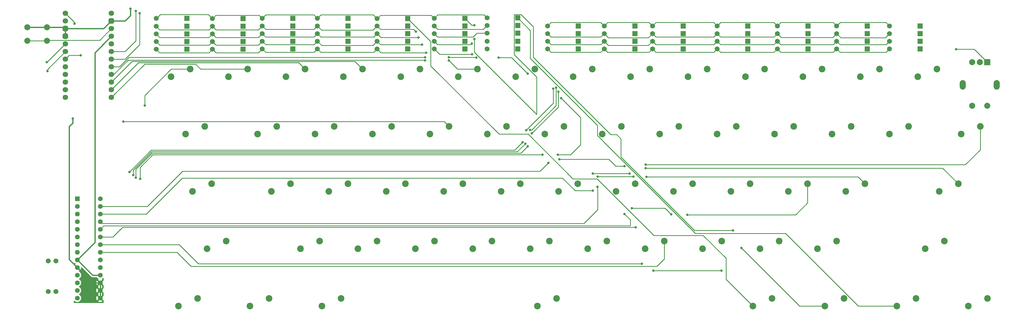
<source format=gbr>
%TF.GenerationSoftware,KiCad,Pcbnew,(7.0.0)*%
%TF.CreationDate,2023-12-21T18:15:09-08:00*%
%TF.ProjectId,Seeb61,53656562-3631-42e6-9b69-6361645f7063,rev?*%
%TF.SameCoordinates,Original*%
%TF.FileFunction,Copper,L1,Top*%
%TF.FilePolarity,Positive*%
%FSLAX46Y46*%
G04 Gerber Fmt 4.6, Leading zero omitted, Abs format (unit mm)*
G04 Created by KiCad (PCBNEW (7.0.0)) date 2023-12-21 18:15:09*
%MOMM*%
%LPD*%
G01*
G04 APERTURE LIST*
G04 Aperture macros list*
%AMRoundRect*
0 Rectangle with rounded corners*
0 $1 Rounding radius*
0 $2 $3 $4 $5 $6 $7 $8 $9 X,Y pos of 4 corners*
0 Add a 4 corners polygon primitive as box body*
4,1,4,$2,$3,$4,$5,$6,$7,$8,$9,$2,$3,0*
0 Add four circle primitives for the rounded corners*
1,1,$1+$1,$2,$3*
1,1,$1+$1,$4,$5*
1,1,$1+$1,$6,$7*
1,1,$1+$1,$8,$9*
0 Add four rect primitives between the rounded corners*
20,1,$1+$1,$2,$3,$4,$5,0*
20,1,$1+$1,$4,$5,$6,$7,0*
20,1,$1+$1,$6,$7,$8,$9,0*
20,1,$1+$1,$8,$9,$2,$3,0*%
G04 Aperture macros list end*
%TA.AperFunction,ComponentPad*%
%ADD10C,2.200000*%
%TD*%
%TA.AperFunction,ComponentPad*%
%ADD11C,1.651000*%
%TD*%
%TA.AperFunction,ComponentPad*%
%ADD12R,1.651000X1.651000*%
%TD*%
%TA.AperFunction,ComponentPad*%
%ADD13R,1.600000X1.600000*%
%TD*%
%TA.AperFunction,ComponentPad*%
%ADD14C,1.600000*%
%TD*%
%TA.AperFunction,ComponentPad*%
%ADD15C,2.000000*%
%TD*%
%TA.AperFunction,ComponentPad*%
%ADD16C,1.800000*%
%TD*%
%TA.AperFunction,ComponentPad*%
%ADD17RoundRect,0.450000X-0.450000X-0.450000X0.450000X-0.450000X0.450000X0.450000X-0.450000X0.450000X0*%
%TD*%
%TA.AperFunction,WasherPad*%
%ADD18O,2.000000X3.200000*%
%TD*%
%TA.AperFunction,ComponentPad*%
%ADD19R,2.000000X2.000000*%
%TD*%
%TA.AperFunction,ViaPad*%
%ADD20C,0.800000*%
%TD*%
%TA.AperFunction,Conductor*%
%ADD21C,0.250000*%
%TD*%
%TA.AperFunction,Conductor*%
%ADD22C,0.381000*%
%TD*%
G04 APERTURE END LIST*
D10*
%TO.P,MX22,1,1*%
%TO.N,COL0*%
X251676000Y-181625000D03*
%TO.P,MX22,2,2*%
%TO.N,Net-(D22-A)*%
X245326000Y-184165000D03*
%TD*%
%TO.P,MX55,1,1*%
%TO.N,Expander_COL5*%
X494500000Y-162575000D03*
%TO.P,MX55,2,2*%
%TO.N,Net-(D63-A)*%
X488150000Y-165115000D03*
%TD*%
D11*
%TO.P,D27,1,K*%
%TO.N,ROW3*%
X320675000Y-110109000D03*
D12*
%TO.P,D27,2,A*%
%TO.N,Net-(D27-A)*%
X330834999Y-110108999D03*
%TD*%
D10*
%TO.P,MX48,1,1*%
%TO.N,Expander_COL5*%
X478028000Y-143510000D03*
%TO.P,MX48,2,2*%
%TO.N,Net-(D62-A)*%
X471678000Y-146050000D03*
%TD*%
%TO.P,MX52,1,1*%
%TO.N,Expander_COL2*%
X425450000Y-162560000D03*
%TO.P,MX52,2,2*%
%TO.N,Net-(D48-A)*%
X419100000Y-165100000D03*
%TD*%
D11*
%TO.P,D69,1,K*%
%TO.N,Net-(D39-K)*%
X471678000Y-110109000D03*
D12*
%TO.P,D69,2,A*%
%TO.N,Net-(D69-A)*%
X481837999Y-110108999D03*
%TD*%
D11*
%TO.P,D49,1,K*%
%TO.N,Net-(D39-K)*%
X393065000Y-110109000D03*
D12*
%TO.P,D49,2,A*%
%TO.N,Net-(D49-A)*%
X403224999Y-110108999D03*
%TD*%
D11*
%TO.P,D46,1,K*%
%TO.N,Net-(D36-K)*%
X393065000Y-117729000D03*
D12*
%TO.P,D46,2,A*%
%TO.N,Net-(D46-A)*%
X403224999Y-117728999D03*
%TD*%
D10*
%TO.P,MX8,1,1*%
%TO.N,COL0*%
X244602000Y-143510000D03*
%TO.P,MX8,2,2*%
%TO.N,Net-(D8-A)*%
X238252000Y-146050000D03*
%TD*%
D11*
%TO.P,D38,1,K*%
%TO.N,Net-(D38-K)*%
X358267000Y-112649000D03*
D12*
%TO.P,D38,2,A*%
%TO.N,Net-(D38-A)*%
X368426999Y-112648999D03*
%TD*%
D10*
%TO.P,MX45,1,1*%
%TO.N,Expander_COL2*%
X420878000Y-143510000D03*
%TO.P,MX45,2,2*%
%TO.N,Net-(D47-A)*%
X414528000Y-146050000D03*
%TD*%
%TO.P,MX11,1,1*%
%TO.N,COL3*%
X306578000Y-143510000D03*
%TO.P,MX11,2,2*%
%TO.N,Net-(D11-A)*%
X300228000Y-146050000D03*
%TD*%
D11*
%TO.P,D9,1,K*%
%TO.N,ROW1*%
X247142000Y-115316000D03*
D12*
%TO.P,D9,2,A*%
%TO.N,Net-(D9-A)*%
X257301999Y-115315999D03*
%TD*%
D10*
%TO.P,MX34,1,1*%
%TO.N,COL5*%
X456565000Y-200660000D03*
%TO.P,MX34,2,2*%
%TO.N,Net-(D34-A)*%
X450215000Y-203200000D03*
%TD*%
%TO.P,MX9,1,1*%
%TO.N,COL1*%
X268478000Y-143510000D03*
%TO.P,MX9,2,2*%
%TO.N,Net-(D9-A)*%
X262128000Y-146050000D03*
%TD*%
%TO.P,MX62,1,1*%
%TO.N,Expander_COL5*%
X504190000Y-200660000D03*
%TO.P,MX62,2,2*%
%TO.N,Net-(D64-A)*%
X497840000Y-203200000D03*
%TD*%
%TO.P,MX51,1,1*%
%TO.N,Expander_COL1*%
X406400000Y-162560000D03*
%TO.P,MX51,2,2*%
%TO.N,Net-(D43-A)*%
X400050000Y-165100000D03*
%TD*%
D11*
%TO.P,D26,1,K*%
%TO.N,ROW3*%
X301752000Y-110109000D03*
D12*
%TO.P,D26,2,A*%
%TO.N,Net-(D26-A)*%
X311911999Y-110108999D03*
%TD*%
D11*
%TO.P,D29,1,K*%
%TO.N,ROW4*%
X228473000Y-107569000D03*
D12*
%TO.P,D29,2,A*%
%TO.N,Net-(D29-A)*%
X238632999Y-107568999D03*
%TD*%
D11*
%TO.P,D44,1,K*%
%TO.N,Net-(D39-K)*%
X377063000Y-110109000D03*
D12*
%TO.P,D44,2,A*%
%TO.N,Net-(D44-A)*%
X387222999Y-110108999D03*
%TD*%
D10*
%TO.P,MX21,1,1*%
%TO.N,COL6*%
X368300000Y-162560000D03*
%TO.P,MX21,2,2*%
%TO.N,Net-(D21-A)*%
X361950000Y-165100000D03*
%TD*%
%TO.P,MX18,1,1*%
%TO.N,COL3*%
X311150000Y-162560000D03*
%TO.P,MX18,2,2*%
%TO.N,Net-(D18-A)*%
X304800000Y-165100000D03*
%TD*%
D11*
%TO.P,D13,1,K*%
%TO.N,ROW1*%
X320675000Y-115189000D03*
D12*
%TO.P,D13,2,A*%
%TO.N,Net-(D13-A)*%
X330834999Y-115188999D03*
%TD*%
D11*
%TO.P,D67,1,K*%
%TO.N,Net-(D37-K)*%
X471678000Y-115189000D03*
D12*
%TO.P,D67,2,A*%
%TO.N,Net-(D67-A)*%
X481837999Y-115188999D03*
%TD*%
D11*
%TO.P,D64,1,K*%
%TO.N,Net-(D39-K)*%
X454152000Y-110109000D03*
D12*
%TO.P,D64,2,A*%
%TO.N,Net-(D64-A)*%
X464311999Y-110108999D03*
%TD*%
D10*
%TO.P,MX25,1,1*%
%TO.N,COL3*%
X320802000Y-181610000D03*
%TO.P,MX25,2,2*%
%TO.N,Net-(D25-A)*%
X314452000Y-184150000D03*
%TD*%
D11*
%TO.P,D15,1,K*%
%TO.N,ROW2*%
X228473000Y-112776000D03*
D12*
%TO.P,D15,2,A*%
%TO.N,Net-(D15-A)*%
X238632999Y-112775999D03*
%TD*%
D11*
%TO.P,D41,1,K*%
%TO.N,Net-(D36-K)*%
X377063000Y-117729000D03*
D12*
%TO.P,D41,2,A*%
%TO.N,Net-(D41-A)*%
X387222999Y-117728999D03*
%TD*%
D10*
%TO.P,MX26,1,1*%
%TO.N,COL4*%
X339852000Y-181610000D03*
%TO.P,MX26,2,2*%
%TO.N,Net-(D26-A)*%
X333502000Y-184150000D03*
%TD*%
D13*
%TO.P,U2,1,GPB0*%
%TO.N,Net-(D36-K)*%
X202310999Y-167512999D03*
D14*
%TO.P,U2,2,GPB1*%
%TO.N,Net-(D37-K)*%
X202311000Y-170053000D03*
%TO.P,U2,3,GPB2*%
%TO.N,Net-(D38-K)*%
X202311000Y-172593000D03*
%TO.P,U2,4,GPB3*%
%TO.N,Net-(D39-K)*%
X202311000Y-175133000D03*
%TO.P,U2,5,GPB4*%
%TO.N,unconnected-(U2-GPB4-Pad5)*%
X202311000Y-177673000D03*
%TO.P,U2,6,GPB5*%
%TO.N,unconnected-(U2-GPB5-Pad6)*%
X202311000Y-180213000D03*
%TO.P,U2,7,GPB6*%
%TO.N,unconnected-(U2-GPB6-Pad7)*%
X202311000Y-182753000D03*
%TO.P,U2,8,GPB7*%
%TO.N,unconnected-(U2-GPB7-Pad8)*%
X202311000Y-185293000D03*
%TO.P,U2,9,VDD*%
%TO.N,VDD*%
X202311000Y-187833000D03*
%TO.P,U2,10,VSS*%
%TO.N,GND*%
X202311000Y-190373000D03*
%TO.P,U2,11,NC*%
%TO.N,unconnected-(U2-NC-Pad11)*%
X202311000Y-192913000D03*
%TO.P,U2,12,SCK*%
%TO.N,SCL*%
X202311000Y-195453000D03*
%TO.P,U2,13,SDA*%
%TO.N,SDA*%
X202311000Y-197993000D03*
%TO.P,U2,14,NC*%
%TO.N,unconnected-(U2-NC-Pad14)*%
X202311000Y-200533000D03*
%TO.P,U2,15,A0*%
%TO.N,GND*%
X209931000Y-200533000D03*
%TO.P,U2,16,A1*%
X209931000Y-197993000D03*
%TO.P,U2,17,A2*%
X209931000Y-195453000D03*
%TO.P,U2,18,~{RESET}*%
%TO.N,VDD*%
X209931000Y-192913000D03*
%TO.P,U2,19,INTB*%
%TO.N,unconnected-(U2-INTB-Pad19)*%
X209931000Y-190373000D03*
%TO.P,U2,20,INTA*%
%TO.N,unconnected-(U2-INTA-Pad20)*%
X209931000Y-187833000D03*
%TO.P,U2,21,GPA0*%
%TO.N,Expander_COL0*%
X209931000Y-185293000D03*
%TO.P,U2,22,GPA1*%
%TO.N,Expander_COL1*%
X209931000Y-182753000D03*
%TO.P,U2,23,GPA2*%
%TO.N,Expander_COL2*%
X209931000Y-180213000D03*
%TO.P,U2,24,GPA3*%
%TO.N,Expander_COL3*%
X209931000Y-177673000D03*
%TO.P,U2,25,GPA4*%
%TO.N,Expander_COL4*%
X209931000Y-175133000D03*
%TO.P,U2,26,GPA5*%
%TO.N,Expander_COL5*%
X209931000Y-172593000D03*
%TO.P,U2,27,GPA6*%
%TO.N,Expander_COL6*%
X209931000Y-170053000D03*
%TO.P,U2,28,GPA7*%
%TO.N,unconnected-(U2-GPA7-Pad28)*%
X209931000Y-167513000D03*
%TD*%
D11*
%TO.P,D5,1,K*%
%TO.N,ROW0*%
X301752000Y-117729000D03*
D12*
%TO.P,D5,2,A*%
%TO.N,Net-(D5-A)*%
X311911999Y-117728999D03*
%TD*%
D10*
%TO.P,MX57,1,1*%
%TO.N,Expander_COL0*%
X397002000Y-181610000D03*
%TO.P,MX57,2,2*%
%TO.N,Net-(D39-A)*%
X390652000Y-184150000D03*
%TD*%
D11*
%TO.P,D7,1,K*%
%TO.N,ROW0*%
X338201000Y-117729000D03*
D12*
%TO.P,D7,2,A*%
%TO.N,Net-(D7-A)*%
X348360999Y-117728999D03*
%TD*%
D10*
%TO.P,MX1,1,1*%
%TO.N,COL0*%
X239776000Y-124460000D03*
%TO.P,MX1,2,2*%
%TO.N,Net-(D1-A)*%
X233426000Y-127000000D03*
%TD*%
%TO.P,MX58,1,1*%
%TO.N,Expander_COL1*%
X416052000Y-181610000D03*
%TO.P,MX58,2,2*%
%TO.N,Net-(D44-A)*%
X409702000Y-184150000D03*
%TD*%
D11*
%TO.P,D6,1,K*%
%TO.N,ROW0*%
X320675000Y-117729000D03*
D12*
%TO.P,D6,2,A*%
%TO.N,Net-(D6-A)*%
X330834999Y-117728999D03*
%TD*%
D10*
%TO.P,MX41,1,1*%
%TO.N,Expander_COL5*%
X468376000Y-124460000D03*
%TO.P,MX41,2,2*%
%TO.N,Net-(D61-A)*%
X462026000Y-127000000D03*
%TD*%
D11*
%TO.P,D16,1,K*%
%TO.N,ROW2*%
X247142000Y-112776000D03*
D12*
%TO.P,D16,2,A*%
%TO.N,Net-(D16-A)*%
X257301999Y-112775999D03*
%TD*%
D10*
%TO.P,MX15,1,1*%
%TO.N,COL0*%
X246888000Y-162560000D03*
%TO.P,MX15,2,2*%
%TO.N,Net-(D15-A)*%
X240538000Y-165100000D03*
%TD*%
%TO.P,MX39,1,1*%
%TO.N,Expander_COL3*%
X430276000Y-124460000D03*
%TO.P,MX39,2,2*%
%TO.N,Net-(D51-A)*%
X423926000Y-127000000D03*
%TD*%
%TO.P,MX12,1,1*%
%TO.N,COL4*%
X325628000Y-143510000D03*
%TO.P,MX12,2,2*%
%TO.N,Net-(D12-A)*%
X319278000Y-146050000D03*
%TD*%
D11*
%TO.P,R1,1*%
%TO.N,SDA*%
X192659000Y-198374000D03*
%TO.P,R1,2*%
%TO.N,VDD*%
X192659000Y-188214000D03*
%TD*%
D10*
%TO.P,MX6,1,1*%
%TO.N,COL5*%
X335026000Y-124460000D03*
%TO.P,MX6,2,2*%
%TO.N,Net-(D6-A)*%
X328676000Y-127000000D03*
%TD*%
D11*
%TO.P,D58,1,K*%
%TO.N,Net-(D38-K)*%
X434467000Y-112649000D03*
D12*
%TO.P,D58,2,A*%
%TO.N,Net-(D58-A)*%
X444626999Y-112648999D03*
%TD*%
D15*
%TO.P,SW1,1,1*%
%TO.N,GND*%
X185778000Y-110562000D03*
X192278000Y-110562000D03*
%TO.P,SW1,2,2*%
%TO.N,Net-(U1-RST)*%
X185778000Y-115062000D03*
X192278000Y-115062000D03*
%TD*%
D10*
%TO.P,MX38,1,1*%
%TO.N,Expander_COL2*%
X411226000Y-124460000D03*
%TO.P,MX38,2,2*%
%TO.N,Net-(D46-A)*%
X404876000Y-127000000D03*
%TD*%
D11*
%TO.P,D66,1,K*%
%TO.N,Net-(D36-K)*%
X471678000Y-117729000D03*
D12*
%TO.P,D66,2,A*%
%TO.N,Net-(D66-A)*%
X481837999Y-117728999D03*
%TD*%
D10*
%TO.P,MX13,1,1*%
%TO.N,COL5*%
X344678000Y-143510000D03*
%TO.P,MX13,2,2*%
%TO.N,Net-(D13-A)*%
X338328000Y-146050000D03*
%TD*%
D11*
%TO.P,D59,1,K*%
%TO.N,Net-(D39-K)*%
X434467000Y-110109000D03*
D12*
%TO.P,D59,2,A*%
%TO.N,Net-(D59-A)*%
X444626999Y-110108999D03*
%TD*%
D11*
%TO.P,R2,1*%
%TO.N,SCL*%
X195199000Y-198374000D03*
%TO.P,R2,2*%
%TO.N,VDD*%
X195199000Y-188214000D03*
%TD*%
%TO.P,D17,1,K*%
%TO.N,ROW2*%
X263652000Y-112649000D03*
D12*
%TO.P,D17,2,A*%
%TO.N,Net-(D17-A)*%
X273811999Y-112648999D03*
%TD*%
D10*
%TO.P,MX3,1,1*%
%TO.N,COL2*%
X277876000Y-124460000D03*
%TO.P,MX3,2,2*%
%TO.N,Net-(D3-A)*%
X271526000Y-127000000D03*
%TD*%
D11*
%TO.P,D30,1,K*%
%TO.N,ROW4*%
X247142000Y-107696000D03*
D12*
%TO.P,D30,2,A*%
%TO.N,Net-(D30-A)*%
X257301999Y-107695999D03*
%TD*%
D10*
%TO.P,MX31,1,1*%
%TO.N,COL2*%
X289814000Y-200660000D03*
%TO.P,MX31,2,2*%
%TO.N,Net-(D31-A)*%
X283464000Y-203200000D03*
%TD*%
D11*
%TO.P,D25,1,K*%
%TO.N,ROW3*%
X281940000Y-110109000D03*
D12*
%TO.P,D25,2,A*%
%TO.N,Net-(D25-A)*%
X292099999Y-110108999D03*
%TD*%
D11*
%TO.P,D42,1,K*%
%TO.N,Net-(D37-K)*%
X377063000Y-115189000D03*
D12*
%TO.P,D42,2,A*%
%TO.N,Net-(D42-A)*%
X387222999Y-115188999D03*
%TD*%
D11*
%TO.P,D14,1,K*%
%TO.N,ROW1*%
X338201000Y-115189000D03*
D12*
%TO.P,D14,2,A*%
%TO.N,Net-(D14-A)*%
X348360999Y-115188999D03*
%TD*%
D10*
%TO.P,MX5,1,1*%
%TO.N,COL4*%
X315976000Y-124460000D03*
%TO.P,MX5,2,2*%
%TO.N,Net-(D5-A)*%
X309626000Y-127000000D03*
%TD*%
D11*
%TO.P,D54,1,K*%
%TO.N,Net-(D39-K)*%
X414528000Y-110109000D03*
D12*
%TO.P,D54,2,A*%
%TO.N,Net-(D54-A)*%
X424687999Y-110108999D03*
%TD*%
D11*
%TO.P,D63,1,K*%
%TO.N,Net-(D38-K)*%
X454152000Y-112649000D03*
D12*
%TO.P,D63,2,A*%
%TO.N,Net-(D63-A)*%
X464311999Y-112648999D03*
%TD*%
D10*
%TO.P,MX59,1,1*%
%TO.N,Expander_COL2*%
X435102000Y-181610000D03*
%TO.P,MX59,2,2*%
%TO.N,Net-(D49-A)*%
X428752000Y-184150000D03*
%TD*%
D16*
%TO.P,U1,1,D3-TX*%
%TO.N,COL4*%
X198374000Y-105918000D03*
%TO.P,U1,2,D2-RX*%
%TO.N,unconnected-(U1-D2-RX-Pad2)*%
X198374000Y-108458000D03*
D17*
%TO.P,U1,3,GND*%
%TO.N,GND*%
X198374000Y-110998000D03*
%TO.P,U1,4,GND*%
X198374000Y-113538000D03*
D16*
%TO.P,U1,5,D1*%
%TO.N,SDA*%
X198374000Y-116078000D03*
%TO.P,U1,6,D0*%
%TO.N,SCL*%
X198374000Y-118618000D03*
%TO.P,U1,7,D4*%
%TO.N,ROW0*%
X198374000Y-121158000D03*
%TO.P,U1,8,C6*%
%TO.N,ROW1*%
X198374000Y-123698000D03*
%TO.P,U1,9,D7*%
%TO.N,ROW2*%
X198374000Y-126238000D03*
%TO.P,U1,10,E6*%
%TO.N,ROW3*%
X198374000Y-128778000D03*
%TO.P,U1,11,B4*%
%TO.N,ROW4*%
X198374000Y-131318000D03*
%TO.P,U1,12,B5*%
%TO.N,COL0*%
X198374000Y-133858000D03*
%TO.P,U1,13,B0*%
%TO.N,unconnected-(U1-B0-Pad13)*%
X213614000Y-105918000D03*
D17*
%TO.P,U1,14,GND*%
%TO.N,GND*%
X213614000Y-108458000D03*
D16*
%TO.P,U1,15,RST*%
%TO.N,Net-(U1-RST)*%
X213614000Y-110998000D03*
%TO.P,U1,16,VCC*%
%TO.N,VDD*%
X213614000Y-113538000D03*
%TO.P,U1,17,F4*%
%TO.N,unconnected-(U1-F4-Pad17)*%
X213614000Y-116078000D03*
%TO.P,U1,18,F5*%
%TO.N,Net-(U1-F5)*%
X213614000Y-118618000D03*
%TO.P,U1,19,F6*%
%TO.N,Net-(U1-F6)*%
X213614000Y-121158000D03*
%TO.P,U1,20,F7*%
%TO.N,COL6*%
X213614000Y-123698000D03*
%TO.P,U1,21,B1*%
%TO.N,COL5*%
X213614000Y-126238000D03*
%TO.P,U1,22,B3*%
%TO.N,COL3*%
X213614000Y-128778000D03*
%TO.P,U1,23,B2*%
%TO.N,COL2*%
X213614000Y-131318000D03*
%TO.P,U1,24,B6*%
%TO.N,COL1*%
X213614000Y-133858000D03*
%TD*%
D11*
%TO.P,D12,1,K*%
%TO.N,ROW1*%
X301752000Y-115189000D03*
D12*
%TO.P,D12,2,A*%
%TO.N,Net-(D12-A)*%
X311911999Y-115188999D03*
%TD*%
D11*
%TO.P,D61,1,K*%
%TO.N,Net-(D36-K)*%
X454152000Y-117729000D03*
D12*
%TO.P,D61,2,A*%
%TO.N,Net-(D61-A)*%
X464311999Y-117728999D03*
%TD*%
D11*
%TO.P,D34,1,K*%
%TO.N,ROW4*%
X320675000Y-107569000D03*
D12*
%TO.P,D34,2,A*%
%TO.N,Net-(D34-A)*%
X330834999Y-107568999D03*
%TD*%
D10*
%TO.P,MX40,1,1*%
%TO.N,Expander_COL4*%
X449326000Y-124460000D03*
%TO.P,MX40,2,2*%
%TO.N,Net-(D56-A)*%
X442976000Y-127000000D03*
%TD*%
D11*
%TO.P,D51,1,K*%
%TO.N,Net-(D36-K)*%
X414528000Y-117729000D03*
D12*
%TO.P,D51,2,A*%
%TO.N,Net-(D51-A)*%
X424687999Y-117728999D03*
%TD*%
D10*
%TO.P,MX20,1,1*%
%TO.N,COL5*%
X349250000Y-162560000D03*
%TO.P,MX20,2,2*%
%TO.N,Net-(D20-A)*%
X342900000Y-165100000D03*
%TD*%
D11*
%TO.P,D39,1,K*%
%TO.N,Net-(D39-K)*%
X358267000Y-110109000D03*
D12*
%TO.P,D39,2,A*%
%TO.N,Net-(D39-A)*%
X368426999Y-110108999D03*
%TD*%
D11*
%TO.P,D2,1,K*%
%TO.N,ROW0*%
X247142000Y-117856000D03*
D12*
%TO.P,D2,2,A*%
%TO.N,Net-(D2-A)*%
X257301999Y-117855999D03*
%TD*%
D11*
%TO.P,D48,1,K*%
%TO.N,Net-(D38-K)*%
X393065000Y-112649000D03*
D12*
%TO.P,D48,2,A*%
%TO.N,Net-(D48-A)*%
X403224999Y-112648999D03*
%TD*%
D11*
%TO.P,D53,1,K*%
%TO.N,Net-(D38-K)*%
X414528000Y-112649000D03*
D12*
%TO.P,D53,2,A*%
%TO.N,Net-(D53-A)*%
X424687999Y-112648999D03*
%TD*%
D11*
%TO.P,D47,1,K*%
%TO.N,Net-(D37-K)*%
X393065000Y-115189000D03*
D12*
%TO.P,D47,2,A*%
%TO.N,Net-(D47-A)*%
X403224999Y-115188999D03*
%TD*%
D11*
%TO.P,D10,1,K*%
%TO.N,ROW1*%
X263652000Y-115189000D03*
D12*
%TO.P,D10,2,A*%
%TO.N,Net-(D10-A)*%
X273811999Y-115188999D03*
%TD*%
D18*
%TO.P,SW2,*%
%TO.N,*%
X507209999Y-129651999D03*
X496009999Y-129651999D03*
D19*
%TO.P,SW2,A,A*%
%TO.N,Net-(U1-F6)*%
X504109999Y-122151999D03*
D15*
%TO.P,SW2,B,B*%
%TO.N,Net-(U1-F5)*%
X499110000Y-122152000D03*
%TO.P,SW2,C,C*%
%TO.N,GND*%
X501610000Y-122152000D03*
%TO.P,SW2,S1,S1*%
%TO.N,unconnected-(SW2-PadS1)*%
X499110000Y-136652000D03*
%TO.P,SW2,S2,S2*%
%TO.N,GND*%
X504110000Y-136652000D03*
%TD*%
D11*
%TO.P,D11,1,K*%
%TO.N,ROW1*%
X281940000Y-115189000D03*
D12*
%TO.P,D11,2,A*%
%TO.N,Net-(D11-A)*%
X292099999Y-115188999D03*
%TD*%
D10*
%TO.P,MX14,1,1*%
%TO.N,COL6*%
X363728000Y-143510000D03*
%TO.P,MX14,2,2*%
%TO.N,Net-(D14-A)*%
X357378000Y-146050000D03*
%TD*%
%TO.P,MX2,1,1*%
%TO.N,COL1*%
X258826000Y-124460000D03*
%TO.P,MX2,2,2*%
%TO.N,Net-(D2-A)*%
X252476000Y-127000000D03*
%TD*%
D11*
%TO.P,D37,1,K*%
%TO.N,Net-(D37-K)*%
X358267000Y-115189000D03*
D12*
%TO.P,D37,2,A*%
%TO.N,Net-(D37-A)*%
X368426999Y-115188999D03*
%TD*%
D10*
%TO.P,MX37,1,1*%
%TO.N,Expander_COL1*%
X392176000Y-124460000D03*
%TO.P,MX37,2,2*%
%TO.N,Net-(D41-A)*%
X385826000Y-127000000D03*
%TD*%
%TO.P,MX47,1,1*%
%TO.N,Expander_COL4*%
X458978000Y-143510000D03*
%TO.P,MX47,2,2*%
%TO.N,Net-(D57-A)*%
X452628000Y-146050000D03*
%TD*%
%TO.P,MX46,1,1*%
%TO.N,Expander_COL3*%
X439928000Y-143510000D03*
%TO.P,MX46,2,2*%
%TO.N,Net-(D52-A)*%
X433578000Y-146050000D03*
%TD*%
%TO.P,MX42,1,1*%
%TO.N,Expander_COL6*%
X487426000Y-124460000D03*
%TO.P,MX42,2,2*%
%TO.N,Net-(D66-A)*%
X481076000Y-127000000D03*
%TD*%
%TO.P,MX28,1,1*%
%TO.N,COL6*%
X377952000Y-181610000D03*
%TO.P,MX28,2,2*%
%TO.N,Net-(D28-A)*%
X371602000Y-184150000D03*
%TD*%
%TO.P,MX24,1,1*%
%TO.N,COL2*%
X301752000Y-181610000D03*
%TO.P,MX24,2,2*%
%TO.N,Net-(D24-A)*%
X295402000Y-184150000D03*
%TD*%
%TO.P,MX23,1,1*%
%TO.N,COL1*%
X282702000Y-181610000D03*
%TO.P,MX23,2,2*%
%TO.N,Net-(D23-A)*%
X276352000Y-184150000D03*
%TD*%
D11*
%TO.P,D21,1,K*%
%TO.N,ROW2*%
X338201000Y-112522000D03*
D12*
%TO.P,D21,2,A*%
%TO.N,Net-(D21-A)*%
X348360999Y-112521999D03*
%TD*%
D11*
%TO.P,D1,1,K*%
%TO.N,ROW0*%
X228473000Y-117856000D03*
D12*
%TO.P,D1,2,A*%
%TO.N,Net-(D1-A)*%
X238632999Y-117855999D03*
%TD*%
D10*
%TO.P,MX53,1,1*%
%TO.N,Expander_COL3*%
X444500000Y-162560000D03*
%TO.P,MX53,2,2*%
%TO.N,Net-(D53-A)*%
X438150000Y-165100000D03*
%TD*%
D11*
%TO.P,D43,1,K*%
%TO.N,Net-(D38-K)*%
X377063000Y-112649000D03*
D12*
%TO.P,D43,2,A*%
%TO.N,Net-(D43-A)*%
X387222999Y-112648999D03*
%TD*%
D10*
%TO.P,MX29,1,1*%
%TO.N,COL0*%
X242189000Y-200660000D03*
%TO.P,MX29,2,2*%
%TO.N,Net-(D29-A)*%
X235839000Y-203200000D03*
%TD*%
D11*
%TO.P,D3,1,K*%
%TO.N,ROW0*%
X263652000Y-117729000D03*
D12*
%TO.P,D3,2,A*%
%TO.N,Net-(D3-A)*%
X273811999Y-117728999D03*
%TD*%
D10*
%TO.P,MX35,1,1*%
%TO.N,COL6*%
X480441000Y-200660000D03*
%TO.P,MX35,2,2*%
%TO.N,Net-(D35-A)*%
X474091000Y-203200000D03*
%TD*%
D11*
%TO.P,D32,1,K*%
%TO.N,ROW4*%
X281940000Y-107569000D03*
D12*
%TO.P,D32,2,A*%
%TO.N,Net-(D32-A)*%
X292099999Y-107568999D03*
%TD*%
D10*
%TO.P,MX49,1,1*%
%TO.N,Expander_COL6*%
X501777000Y-143510000D03*
%TO.P,MX49,2,2*%
%TO.N,Net-(D67-A)*%
X495427000Y-146050000D03*
%TD*%
%TO.P,MX27,1,1*%
%TO.N,COL5*%
X358902000Y-181610000D03*
%TO.P,MX27,2,2*%
%TO.N,Net-(D27-A)*%
X352552000Y-184150000D03*
%TD*%
%TO.P,MX54,1,1*%
%TO.N,Expander_COL4*%
X463550000Y-162560000D03*
%TO.P,MX54,2,2*%
%TO.N,Net-(D58-A)*%
X457200000Y-165100000D03*
%TD*%
D11*
%TO.P,D22,1,K*%
%TO.N,ROW3*%
X228473000Y-110236000D03*
D12*
%TO.P,D22,2,A*%
%TO.N,Net-(D22-A)*%
X238632999Y-110235999D03*
%TD*%
D11*
%TO.P,D20,1,K*%
%TO.N,ROW2*%
X320675000Y-112649000D03*
D12*
%TO.P,D20,2,A*%
%TO.N,Net-(D20-A)*%
X330834999Y-112648999D03*
%TD*%
D10*
%TO.P,MX36,1,1*%
%TO.N,Expander_COL0*%
X373126000Y-124460000D03*
%TO.P,MX36,2,2*%
%TO.N,Net-(D36-A)*%
X366776000Y-127000000D03*
%TD*%
%TO.P,MX50,1,1*%
%TO.N,Expander_COL0*%
X387350000Y-162560000D03*
%TO.P,MX50,2,2*%
%TO.N,Net-(D38-A)*%
X381000000Y-165100000D03*
%TD*%
D11*
%TO.P,D62,1,K*%
%TO.N,Net-(D37-K)*%
X454152000Y-115189000D03*
D12*
%TO.P,D62,2,A*%
%TO.N,Net-(D62-A)*%
X464311999Y-115188999D03*
%TD*%
D11*
%TO.P,D52,1,K*%
%TO.N,Net-(D37-K)*%
X414528000Y-115189000D03*
D12*
%TO.P,D52,2,A*%
%TO.N,Net-(D52-A)*%
X424687999Y-115188999D03*
%TD*%
D10*
%TO.P,MX61,1,1*%
%TO.N,Expander_COL4*%
X489877000Y-181625000D03*
%TO.P,MX61,2,2*%
%TO.N,Net-(D59-A)*%
X483527000Y-184165000D03*
%TD*%
D11*
%TO.P,D24,1,K*%
%TO.N,ROW3*%
X263652000Y-110109000D03*
D12*
%TO.P,D24,2,A*%
%TO.N,Net-(D24-A)*%
X273811999Y-110108999D03*
%TD*%
D10*
%TO.P,MX17,1,1*%
%TO.N,COL2*%
X292100000Y-162560000D03*
%TO.P,MX17,2,2*%
%TO.N,Net-(D17-A)*%
X285750000Y-165100000D03*
%TD*%
D11*
%TO.P,D8,1,K*%
%TO.N,ROW1*%
X228473000Y-115316000D03*
D12*
%TO.P,D8,2,A*%
%TO.N,Net-(D8-A)*%
X238632999Y-115315999D03*
%TD*%
D11*
%TO.P,D68,1,K*%
%TO.N,Net-(D38-K)*%
X471678000Y-112649000D03*
D12*
%TO.P,D68,2,A*%
%TO.N,Net-(D68-A)*%
X481837999Y-112648999D03*
%TD*%
D11*
%TO.P,D57,1,K*%
%TO.N,Net-(D37-K)*%
X434467000Y-115189000D03*
D12*
%TO.P,D57,2,A*%
%TO.N,Net-(D57-A)*%
X444626999Y-115188999D03*
%TD*%
D10*
%TO.P,MX4,1,1*%
%TO.N,COL3*%
X296926000Y-124460000D03*
%TO.P,MX4,2,2*%
%TO.N,Net-(D4-A)*%
X290576000Y-127000000D03*
%TD*%
D11*
%TO.P,D19,1,K*%
%TO.N,ROW2*%
X301752000Y-112649000D03*
D12*
%TO.P,D19,2,A*%
%TO.N,Net-(D19-A)*%
X311911999Y-112648999D03*
%TD*%
D10*
%TO.P,MX30,1,1*%
%TO.N,COL1*%
X265938000Y-200660000D03*
%TO.P,MX30,2,2*%
%TO.N,Net-(D30-A)*%
X259588000Y-203200000D03*
%TD*%
D11*
%TO.P,D33,1,K*%
%TO.N,ROW4*%
X301752000Y-107696000D03*
D12*
%TO.P,D33,2,A*%
%TO.N,Net-(D33-A)*%
X311911999Y-107695999D03*
%TD*%
D11*
%TO.P,D23,1,K*%
%TO.N,ROW3*%
X247142000Y-110236000D03*
D12*
%TO.P,D23,2,A*%
%TO.N,Net-(D23-A)*%
X257301999Y-110235999D03*
%TD*%
D11*
%TO.P,D4,1,K*%
%TO.N,ROW0*%
X281940000Y-117729000D03*
D12*
%TO.P,D4,2,A*%
%TO.N,Net-(D4-A)*%
X292099999Y-117728999D03*
%TD*%
D11*
%TO.P,D56,1,K*%
%TO.N,Net-(D36-K)*%
X434467000Y-117729000D03*
D12*
%TO.P,D56,2,A*%
%TO.N,Net-(D56-A)*%
X444626999Y-117728999D03*
%TD*%
D10*
%TO.P,MX60,1,1*%
%TO.N,Expander_COL3*%
X454152000Y-181610000D03*
%TO.P,MX60,2,2*%
%TO.N,Net-(D54-A)*%
X447802000Y-184150000D03*
%TD*%
D11*
%TO.P,D28,1,K*%
%TO.N,ROW3*%
X338201000Y-109982000D03*
D12*
%TO.P,D28,2,A*%
%TO.N,Net-(D28-A)*%
X348360999Y-109981999D03*
%TD*%
D10*
%TO.P,MX33,1,1*%
%TO.N,COL4*%
X432689000Y-200660000D03*
%TO.P,MX33,2,2*%
%TO.N,Net-(D33-A)*%
X426339000Y-203200000D03*
%TD*%
D11*
%TO.P,D36,1,K*%
%TO.N,Net-(D36-K)*%
X358267000Y-117729000D03*
D12*
%TO.P,D36,2,A*%
%TO.N,Net-(D36-A)*%
X368426999Y-117728999D03*
%TD*%
D10*
%TO.P,MX10,1,1*%
%TO.N,COL2*%
X287528000Y-143510000D03*
%TO.P,MX10,2,2*%
%TO.N,Net-(D10-A)*%
X281178000Y-146050000D03*
%TD*%
%TO.P,MX16,1,1*%
%TO.N,COL1*%
X273050000Y-162560000D03*
%TO.P,MX16,2,2*%
%TO.N,Net-(D16-A)*%
X266700000Y-165100000D03*
%TD*%
%TO.P,MX43,1,1*%
%TO.N,Expander_COL0*%
X382778000Y-143510000D03*
%TO.P,MX43,2,2*%
%TO.N,Net-(D37-A)*%
X376428000Y-146050000D03*
%TD*%
D11*
%TO.P,D18,1,K*%
%TO.N,ROW2*%
X281940000Y-112649000D03*
D12*
%TO.P,D18,2,A*%
%TO.N,Net-(D18-A)*%
X292099999Y-112648999D03*
%TD*%
D10*
%TO.P,MX19,1,1*%
%TO.N,COL4*%
X330200000Y-162560000D03*
%TO.P,MX19,2,2*%
%TO.N,Net-(D19-A)*%
X323850000Y-165100000D03*
%TD*%
%TO.P,MX32,1,1*%
%TO.N,COL3*%
X361277000Y-200675000D03*
%TO.P,MX32,2,2*%
%TO.N,Net-(D32-A)*%
X354927000Y-203215000D03*
%TD*%
D11*
%TO.P,D35,1,K*%
%TO.N,ROW4*%
X338201000Y-107442000D03*
D12*
%TO.P,D35,2,A*%
%TO.N,Net-(D35-A)*%
X348360999Y-107441999D03*
%TD*%
D10*
%TO.P,MX7,1,1*%
%TO.N,COL6*%
X354076000Y-124460000D03*
%TO.P,MX7,2,2*%
%TO.N,Net-(D7-A)*%
X347726000Y-127000000D03*
%TD*%
D11*
%TO.P,D31,1,K*%
%TO.N,ROW4*%
X263652000Y-107569000D03*
D12*
%TO.P,D31,2,A*%
%TO.N,Net-(D31-A)*%
X273811999Y-107568999D03*
%TD*%
D10*
%TO.P,MX44,1,1*%
%TO.N,Expander_COL1*%
X401828000Y-143510000D03*
%TO.P,MX44,2,2*%
%TO.N,Net-(D42-A)*%
X395478000Y-146050000D03*
%TD*%
D20*
%TO.N,ROW0*%
X333248000Y-119507000D03*
X203454000Y-119888000D03*
X318008000Y-118999000D03*
%TO.N,ROW1*%
X333121000Y-115951000D03*
X316611000Y-116332000D03*
%TO.N,ROW2*%
X315468000Y-113919000D03*
%TO.N,ROW3*%
X314579000Y-112014000D03*
%TO.N,Net-(D34-A)*%
X334010000Y-114427000D03*
X422529000Y-183896000D03*
X419735000Y-178054000D03*
X334010000Y-109855000D03*
%TO.N,Net-(D36-K)*%
X350012000Y-148717000D03*
X360172000Y-130937000D03*
X351155000Y-144780000D03*
X219583000Y-158623000D03*
%TO.N,Net-(D37-K)*%
X350901000Y-149225000D03*
X220853000Y-159639000D03*
X361133046Y-130662415D03*
X352425000Y-144653000D03*
%TO.N,Net-(D38-K)*%
X361857546Y-131953000D03*
X351663000Y-150114000D03*
X221742000Y-160528000D03*
X353060000Y-145796000D03*
%TO.N,Net-(D39-K)*%
X356616000Y-152908000D03*
X362807500Y-134112000D03*
X361696000Y-152908000D03*
X223139000Y-160909000D03*
%TO.N,COL0*%
X224663000Y-136525000D03*
%TO.N,COL4*%
X217551000Y-141859000D03*
X201422000Y-109347000D03*
%TO.N,COL5*%
X325501000Y-121539000D03*
X317627000Y-121539000D03*
%TO.N,COL6*%
X317627000Y-120539497D03*
X334645000Y-120650000D03*
X325501000Y-120539497D03*
X342011000Y-120650000D03*
X351663000Y-125984000D03*
%TO.N,Expander_COL1*%
X389509000Y-189103000D03*
X415925000Y-191389000D03*
X393319000Y-191389000D03*
%TO.N,Expander_COL2*%
X387477000Y-177038000D03*
%TO.N,Expander_COL3*%
X383794000Y-172593000D03*
X386207000Y-170688000D03*
X404622000Y-172847000D03*
X399288000Y-172720000D03*
%TO.N,Expander_COL4*%
X391033000Y-160274000D03*
X374777000Y-163576000D03*
X386715000Y-160147000D03*
X374921432Y-160209862D03*
%TO.N,Expander_COL5*%
X373253000Y-159131000D03*
X390779000Y-157353000D03*
X373253000Y-164846000D03*
X385445000Y-159131000D03*
%TO.N,Expander_COL6*%
X383794000Y-156718000D03*
X390779000Y-156210000D03*
X362204000Y-154432000D03*
X358521000Y-155575000D03*
%TO.N,SDA*%
X192151000Y-122174000D03*
%TO.N,SCL*%
X192405000Y-125095000D03*
%TO.N,GND*%
X219964000Y-104394000D03*
X200787000Y-140843000D03*
%TO.N,Net-(U1-F6)*%
X223012000Y-105918000D03*
X493782701Y-117849299D03*
%TO.N,Net-(U1-F5)*%
X221742000Y-105156000D03*
%TD*%
D21*
%TO.N,ROW0*%
X199644000Y-119888000D02*
X198374000Y-121158000D01*
X245991500Y-119006500D02*
X247142000Y-117856000D01*
X322453000Y-119507000D02*
X333248000Y-119507000D01*
X247142000Y-117856000D02*
X248292500Y-119006500D01*
X203454000Y-119888000D02*
X199644000Y-119888000D01*
X262374500Y-119006500D02*
X263652000Y-117729000D01*
X228473000Y-117856000D02*
X229623500Y-119006500D01*
X281940000Y-117729000D02*
X283090500Y-118879500D01*
X301752000Y-117729000D02*
X303022000Y-118999000D01*
X248292500Y-119006500D02*
X262374500Y-119006500D01*
X303022000Y-118999000D02*
X318008000Y-118999000D01*
X229623500Y-119006500D02*
X245991500Y-119006500D01*
X280789500Y-118879500D02*
X281940000Y-117729000D01*
X300601500Y-118879500D02*
X301752000Y-117729000D01*
X320675000Y-117729000D02*
X322453000Y-119507000D01*
X264802500Y-118879500D02*
X280789500Y-118879500D01*
X263652000Y-117729000D02*
X264802500Y-118879500D01*
X283090500Y-118879500D02*
X300601500Y-118879500D01*
%TO.N,ROW1*%
X316603500Y-116339500D02*
X316611000Y-116332000D01*
X321825500Y-116339500D02*
X332732500Y-116339500D01*
X283329500Y-116578500D02*
X300362500Y-116578500D01*
X248292500Y-116466500D02*
X262374500Y-116466500D01*
X280789500Y-116339500D02*
X281940000Y-115189000D01*
X300362500Y-116578500D02*
X301752000Y-115189000D01*
X262374500Y-116466500D02*
X263652000Y-115189000D01*
X320675000Y-115189000D02*
X321825500Y-116339500D01*
X247142000Y-115316000D02*
X248292500Y-116466500D01*
X264802500Y-116339500D02*
X280789500Y-116339500D01*
X281940000Y-115189000D02*
X283329500Y-116578500D01*
X245991500Y-116466500D02*
X247142000Y-115316000D01*
X228473000Y-115316000D02*
X229623500Y-116466500D01*
X332732500Y-116339500D02*
X333121000Y-115951000D01*
X263652000Y-115189000D02*
X264802500Y-116339500D01*
X229623500Y-116466500D02*
X245991500Y-116466500D01*
X301752000Y-115189000D02*
X302902500Y-116339500D01*
X302902500Y-116339500D02*
X316603500Y-116339500D01*
%TO.N,ROW2*%
X301752000Y-112649000D02*
X303022000Y-113919000D01*
X334889695Y-112522000D02*
X338201000Y-112522000D01*
X262374500Y-113926500D02*
X263652000Y-112649000D01*
X247142000Y-112776000D02*
X248292500Y-113926500D01*
X263652000Y-112649000D02*
X264802500Y-113799500D01*
X264802500Y-113799500D02*
X280789500Y-113799500D01*
X248292500Y-113926500D02*
X262374500Y-113926500D01*
X303022000Y-113919000D02*
X315468000Y-113919000D01*
X228473000Y-112776000D02*
X229623500Y-113926500D01*
X321825500Y-113799500D02*
X333612195Y-113799500D01*
X281940000Y-112649000D02*
X283090500Y-113799500D01*
X320675000Y-112649000D02*
X321825500Y-113799500D01*
X300601500Y-113799500D02*
X301752000Y-112649000D01*
X229623500Y-113926500D02*
X245991500Y-113926500D01*
X283090500Y-113799500D02*
X300601500Y-113799500D01*
X333612195Y-113799500D02*
X334889695Y-112522000D01*
X245991500Y-113926500D02*
X247142000Y-112776000D01*
X280789500Y-113799500D02*
X281940000Y-112649000D01*
%TO.N,ROW3*%
X283329500Y-111498500D02*
X300362500Y-111498500D01*
X262374500Y-111386500D02*
X263652000Y-110109000D01*
X301752000Y-110109000D02*
X302902500Y-111259500D01*
X300362500Y-111498500D02*
X301752000Y-110109000D01*
X245991500Y-111386500D02*
X247142000Y-110236000D01*
X281940000Y-110109000D02*
X283329500Y-111498500D01*
X321825500Y-111259500D02*
X336923500Y-111259500D01*
X247142000Y-110236000D02*
X248292500Y-111386500D01*
X264802500Y-111259500D02*
X280789500Y-111259500D01*
X336923500Y-111259500D02*
X338201000Y-109982000D01*
X228473000Y-110236000D02*
X229623500Y-111386500D01*
X248292500Y-111386500D02*
X262374500Y-111386500D01*
X320675000Y-110109000D02*
X321825500Y-111259500D01*
X280789500Y-111259500D02*
X281940000Y-110109000D01*
X313824500Y-111259500D02*
X314579000Y-112014000D01*
X229623500Y-111386500D02*
X245991500Y-111386500D01*
X302902500Y-111259500D02*
X313824500Y-111259500D01*
X263652000Y-110109000D02*
X264802500Y-111259500D01*
%TO.N,ROW4*%
X280789500Y-106418500D02*
X281940000Y-107569000D01*
X248292500Y-106545500D02*
X262628500Y-106545500D01*
X247142000Y-107696000D02*
X248292500Y-106545500D01*
X337177500Y-106418500D02*
X338201000Y-107442000D01*
X264802500Y-106418500D02*
X280789500Y-106418500D01*
X319651500Y-106545500D02*
X320675000Y-107569000D01*
X229870000Y-106299000D02*
X245745000Y-106299000D01*
X300474500Y-106418500D02*
X301752000Y-107696000D01*
X228473000Y-107696000D02*
X229870000Y-106299000D01*
X321825500Y-106418500D02*
X337177500Y-106418500D01*
X320675000Y-107569000D02*
X321825500Y-106418500D01*
X283090500Y-106418500D02*
X300474500Y-106418500D01*
X245745000Y-106299000D02*
X247142000Y-107696000D01*
X262628500Y-106545500D02*
X263652000Y-107569000D01*
X301752000Y-107696000D02*
X302902500Y-106545500D01*
X302902500Y-106545500D02*
X319651500Y-106545500D01*
X281940000Y-107569000D02*
X283090500Y-106418500D01*
X263652000Y-107569000D02*
X264802500Y-106418500D01*
%TO.N,Net-(D33-A)*%
X417449000Y-194310000D02*
X426339000Y-203200000D01*
X351835588Y-146050000D02*
X366694588Y-160909000D01*
X374731412Y-160909000D02*
X382435000Y-168612588D01*
X409885757Y-179705000D02*
X417449000Y-187268243D01*
X382435000Y-168612588D02*
X382435000Y-168623757D01*
X366694588Y-160909000D02*
X374731412Y-160909000D01*
X319524500Y-123390912D02*
X342183588Y-146050000D01*
X393516243Y-179705000D02*
X409885757Y-179705000D01*
X417449000Y-187268243D02*
X417449000Y-194310000D01*
X311912000Y-107696000D02*
X319524500Y-115308500D01*
X342183588Y-146050000D02*
X351835588Y-146050000D01*
X382435000Y-168623757D02*
X393516243Y-179705000D01*
X319524500Y-115308500D02*
X319524500Y-123390912D01*
%TO.N,Net-(D34-A)*%
X382613000Y-147606243D02*
X382613000Y-153687361D01*
X353568000Y-110348000D02*
X353568000Y-120528757D01*
X347210500Y-106291500D02*
X349511500Y-106291500D01*
X349511500Y-106291500D02*
X353568000Y-110348000D01*
X406979639Y-178054000D02*
X419735000Y-178054000D01*
X330835000Y-107569000D02*
X333121000Y-109855000D01*
X334010000Y-114427000D02*
X334010000Y-118826412D01*
X354666255Y-139482667D02*
X354666255Y-127065510D01*
X379254243Y-146215000D02*
X381221757Y-146215000D01*
X441833000Y-203200000D02*
X450215000Y-203200000D01*
X333121000Y-109855000D02*
X334010000Y-109855000D01*
X334010000Y-118826412D02*
X354666255Y-139482667D01*
X381221757Y-146215000D02*
X382613000Y-147606243D01*
X354666255Y-127065510D02*
X347210500Y-119609755D01*
X347210500Y-119609755D02*
X347210500Y-106291500D01*
X382613000Y-153687361D02*
X406979639Y-178054000D01*
X353568000Y-120528757D02*
X379254243Y-146215000D01*
X422529000Y-183896000D02*
X441833000Y-203200000D01*
%TO.N,Net-(D35-A)*%
X374777000Y-146414255D02*
X376571745Y-148209000D01*
X348361000Y-107442000D02*
X352552000Y-111633000D01*
X376571745Y-148209000D02*
X376571745Y-148282502D01*
X376571745Y-148282502D02*
X407359243Y-179070000D01*
X437179588Y-179070000D02*
X461309588Y-203200000D01*
X352552000Y-120920745D02*
X374777000Y-143145745D01*
X352552000Y-111633000D02*
X352552000Y-120920745D01*
X407359243Y-179070000D02*
X437179588Y-179070000D01*
X374777000Y-143145745D02*
X374777000Y-146414255D01*
X461309588Y-203200000D02*
X474091000Y-203200000D01*
%TO.N,Net-(D36-K)*%
X219583000Y-158623000D02*
X226822000Y-151384000D01*
X226822000Y-151384000D02*
X347345000Y-151384000D01*
X394215500Y-118879500D02*
X413377500Y-118879500D01*
X351155000Y-144780000D02*
X360172000Y-135763000D01*
X375912500Y-118879500D02*
X377063000Y-117729000D01*
X391914500Y-118879500D02*
X393065000Y-117729000D01*
X454152000Y-117729000D02*
X455302500Y-118879500D01*
X347345000Y-151384000D02*
X350012000Y-148717000D01*
X358267000Y-117729000D02*
X359417500Y-118879500D01*
X377063000Y-117729000D02*
X378213500Y-118879500D01*
X470527500Y-118879500D02*
X471678000Y-117729000D01*
X414528000Y-117729000D02*
X415678500Y-118879500D01*
X453001500Y-118879500D02*
X454152000Y-117729000D01*
X359417500Y-118879500D02*
X375912500Y-118879500D01*
X435617500Y-118879500D02*
X453001500Y-118879500D01*
X360172000Y-135763000D02*
X360172000Y-130937000D01*
X455302500Y-118879500D02*
X470527500Y-118879500D01*
X434467000Y-117729000D02*
X435617500Y-118879500D01*
X415678500Y-118879500D02*
X433316500Y-118879500D01*
X378213500Y-118879500D02*
X391914500Y-118879500D01*
X393065000Y-117729000D02*
X394215500Y-118879500D01*
X413377500Y-118879500D02*
X414528000Y-117729000D01*
X433316500Y-118879500D02*
X434467000Y-117729000D01*
%TO.N,Net-(D37-K)*%
X375912500Y-116339500D02*
X377063000Y-115189000D01*
X434467000Y-115189000D02*
X435617500Y-116339500D01*
X433316500Y-116339500D02*
X434467000Y-115189000D01*
X378452500Y-116578500D02*
X391675500Y-116578500D01*
X361133046Y-136579954D02*
X361133046Y-130662415D01*
X394215500Y-116339500D02*
X413377500Y-116339500D01*
X435617500Y-116339500D02*
X453001500Y-116339500D01*
X453001500Y-116339500D02*
X454152000Y-115189000D01*
X220853000Y-159639000D02*
X220853000Y-157989396D01*
X391675500Y-116578500D02*
X393065000Y-115189000D01*
X470527500Y-116339500D02*
X471678000Y-115189000D01*
X352425000Y-144653000D02*
X353060000Y-144653000D01*
X348233302Y-151892698D02*
X350901000Y-149225000D01*
X454152000Y-115189000D02*
X455302500Y-116339500D01*
X455302500Y-116339500D02*
X470527500Y-116339500D01*
X415678500Y-116339500D02*
X433316500Y-116339500D01*
X353060000Y-144653000D02*
X361133046Y-136579954D01*
X377063000Y-115189000D02*
X378452500Y-116578500D01*
X226949698Y-151892698D02*
X348233302Y-151892698D01*
X359417500Y-116339500D02*
X375912500Y-116339500D01*
X413377500Y-116339500D02*
X414528000Y-115189000D01*
X220853000Y-157989396D02*
X226949698Y-151892698D01*
X414528000Y-115189000D02*
X415678500Y-116339500D01*
X393065000Y-115189000D02*
X394215500Y-116339500D01*
X358267000Y-115189000D02*
X359417500Y-116339500D01*
%TO.N,Net-(D38-K)*%
X361823000Y-137033000D02*
X361823000Y-132588000D01*
X452882000Y-113919000D02*
X454152000Y-112649000D01*
X454152000Y-112649000D02*
X455541500Y-114038500D01*
X378452500Y-114038500D02*
X391675500Y-114038500D01*
X455541500Y-114038500D02*
X470288500Y-114038500D01*
X433316500Y-113799500D02*
X434467000Y-112649000D01*
X413377500Y-113799500D02*
X414528000Y-112649000D01*
X221742000Y-157736792D02*
X227077396Y-152401396D01*
X377063000Y-112649000D02*
X378452500Y-114038500D01*
X353060000Y-145796000D02*
X361823000Y-137033000D01*
X470288500Y-114038500D02*
X471678000Y-112649000D01*
X435737000Y-113919000D02*
X452882000Y-113919000D01*
X393065000Y-112649000D02*
X394215500Y-113799500D01*
X391675500Y-114038500D02*
X393065000Y-112649000D01*
X434467000Y-112649000D02*
X435737000Y-113919000D01*
X358267000Y-112649000D02*
X359417500Y-113799500D01*
X375912500Y-113799500D02*
X377063000Y-112649000D01*
X361823000Y-132588000D02*
X361823000Y-131987546D01*
X221742000Y-160528000D02*
X221742000Y-157736792D01*
X414528000Y-112649000D02*
X415678500Y-113799500D01*
X227077396Y-152401396D02*
X349375604Y-152401396D01*
X394215500Y-113799500D02*
X413377500Y-113799500D01*
X349375604Y-152401396D02*
X351663000Y-150114000D01*
X415678500Y-113799500D02*
X433316500Y-113799500D01*
X359417500Y-113799500D02*
X375912500Y-113799500D01*
X361823000Y-131987546D02*
X361857546Y-131953000D01*
%TO.N,Net-(D39-K)*%
X453001500Y-108958500D02*
X454152000Y-110109000D01*
X393065000Y-110109000D02*
X394215500Y-108958500D01*
X227330000Y-152908000D02*
X356108000Y-152908000D01*
X433316500Y-108958500D02*
X434467000Y-110109000D01*
X470527500Y-108958500D02*
X471678000Y-110109000D01*
X415678500Y-108958500D02*
X433316500Y-108958500D01*
X391914500Y-108958500D02*
X393065000Y-110109000D01*
X435617500Y-108958500D02*
X453001500Y-108958500D01*
X356108000Y-152908000D02*
X356616000Y-152908000D01*
X434467000Y-110109000D02*
X435617500Y-108958500D01*
X358267000Y-110109000D02*
X359417500Y-108958500D01*
X377063000Y-110109000D02*
X378213500Y-108958500D01*
X223139000Y-160909000D02*
X223139000Y-157099000D01*
X369189000Y-140493500D02*
X362807500Y-134112000D01*
X365887000Y-152908000D02*
X369189000Y-149606000D01*
X361696000Y-152908000D02*
X365887000Y-152908000D01*
X223139000Y-157099000D02*
X227330000Y-152908000D01*
X413377500Y-108958500D02*
X414528000Y-110109000D01*
X394215500Y-108958500D02*
X413377500Y-108958500D01*
X455302500Y-108958500D02*
X470527500Y-108958500D01*
X414528000Y-110109000D02*
X415678500Y-108958500D01*
X375912500Y-108958500D02*
X377063000Y-110109000D01*
X378213500Y-108958500D02*
X391914500Y-108958500D01*
X359417500Y-108958500D02*
X375912500Y-108958500D01*
X454152000Y-110109000D02*
X455302500Y-108958500D01*
X369189000Y-149606000D02*
X369189000Y-140493500D01*
%TO.N,COL0*%
X233426000Y-124460000D02*
X239776000Y-124460000D01*
X224663000Y-136525000D02*
X224663000Y-133223000D01*
X224663000Y-133223000D02*
X233426000Y-124460000D01*
%TO.N,COL1*%
X213614000Y-133858000D02*
X224663000Y-122809000D01*
X224663000Y-122809000D02*
X241554000Y-122809000D01*
X243205000Y-124460000D02*
X258826000Y-124460000D01*
X241554000Y-122809000D02*
X243205000Y-124460000D01*
%TO.N,COL2*%
X222573000Y-122359000D02*
X275775000Y-122359000D01*
X213614000Y-131318000D02*
X222573000Y-122359000D01*
X275775000Y-122359000D02*
X277876000Y-124460000D01*
%TO.N,COL3*%
X213614000Y-128778000D02*
X220483000Y-121909000D01*
X294375000Y-121909000D02*
X296926000Y-124460000D01*
X220483000Y-121909000D02*
X294375000Y-121909000D01*
%TO.N,COL4*%
X201422000Y-108966000D02*
X201422000Y-109347000D01*
X217551000Y-141859000D02*
X323977000Y-141859000D01*
X323977000Y-141859000D02*
X325628000Y-143510000D01*
X198374000Y-105918000D02*
X201422000Y-108966000D01*
%TO.N,COL5*%
X213614000Y-126238000D02*
X214378792Y-126238000D01*
X317547000Y-121459000D02*
X317627000Y-121539000D01*
X325501000Y-121539000D02*
X328422000Y-124460000D01*
X219157792Y-121459000D02*
X317547000Y-121459000D01*
X214378792Y-126238000D02*
X219157792Y-121459000D01*
X328422000Y-124460000D02*
X335026000Y-124460000D01*
%TO.N,COL6*%
X219440899Y-120539497D02*
X317627000Y-120539497D01*
X346329000Y-120650000D02*
X351663000Y-125984000D01*
X216282396Y-123698000D02*
X219440899Y-120539497D01*
X342011000Y-120650000D02*
X346329000Y-120650000D01*
X213614000Y-123698000D02*
X216282396Y-123698000D01*
X334534497Y-120539497D02*
X334645000Y-120650000D01*
X325501000Y-120539497D02*
X334534497Y-120539497D01*
%TO.N,Expander_COL0*%
X240030000Y-189992000D02*
X394518757Y-189992000D01*
X209931000Y-185293000D02*
X235331000Y-185293000D01*
X397002000Y-187508757D02*
X397002000Y-181610000D01*
X394518757Y-189992000D02*
X397002000Y-187508757D01*
X235331000Y-185293000D02*
X240030000Y-189992000D01*
%TO.N,Expander_COL1*%
X209931000Y-182753000D02*
X236093000Y-182753000D01*
X242443000Y-189103000D02*
X384274000Y-189103000D01*
X384274000Y-189103000D02*
X389509000Y-189103000D01*
X393319000Y-191389000D02*
X415925000Y-191389000D01*
X236093000Y-182753000D02*
X242443000Y-189103000D01*
%TO.N,Expander_COL2*%
X217297000Y-177038000D02*
X387477000Y-177038000D01*
X209931000Y-180213000D02*
X214122000Y-180213000D01*
X214122000Y-180213000D02*
X217297000Y-177038000D01*
%TO.N,Expander_COL3*%
X386207000Y-170688000D02*
X397256000Y-170688000D01*
X444500000Y-168910000D02*
X444500000Y-162560000D01*
X397256000Y-170688000D02*
X399288000Y-172720000D01*
X209931000Y-177673000D02*
X211074000Y-176530000D01*
X385699000Y-176530000D02*
X385699000Y-174498000D01*
X211074000Y-176530000D02*
X385699000Y-176530000D01*
X404622000Y-172847000D02*
X440563000Y-172847000D01*
X440563000Y-172847000D02*
X444500000Y-168910000D01*
X385699000Y-174498000D02*
X383794000Y-172593000D01*
%TO.N,Expander_COL4*%
X374904000Y-171196000D02*
X374904000Y-163703000D01*
X210566000Y-175768000D02*
X370332000Y-175768000D01*
X374904000Y-163703000D02*
X374777000Y-163576000D01*
X374921432Y-160209862D02*
X386652138Y-160209862D01*
X461264000Y-160274000D02*
X463550000Y-162560000D01*
X370332000Y-175768000D02*
X374904000Y-171196000D01*
X209931000Y-175133000D02*
X210566000Y-175768000D01*
X391033000Y-160274000D02*
X461264000Y-160274000D01*
X386652138Y-160209862D02*
X386715000Y-160147000D01*
%TO.N,Expander_COL5*%
X373253000Y-159131000D02*
X385445000Y-159131000D01*
X363220000Y-160655000D02*
X367411000Y-164846000D01*
X390779000Y-157353000D02*
X489278000Y-157353000D01*
X225171000Y-172593000D02*
X237109000Y-160655000D01*
X367411000Y-164846000D02*
X371094000Y-164846000D01*
X237109000Y-160655000D02*
X363220000Y-160655000D01*
X489278000Y-157353000D02*
X494500000Y-162575000D01*
X371094000Y-164846000D02*
X373253000Y-164846000D01*
X209931000Y-172593000D02*
X225171000Y-172593000D01*
%TO.N,Expander_COL6*%
X380873000Y-156718000D02*
X383794000Y-156718000D01*
X501777000Y-151257000D02*
X501777000Y-143510000D01*
X355727000Y-158369000D02*
X358521000Y-155575000D01*
X496824000Y-156210000D02*
X501777000Y-151257000D01*
X390779000Y-156210000D02*
X496824000Y-156210000D01*
X225552000Y-170053000D02*
X237236000Y-158369000D01*
X362204000Y-154432000D02*
X378587000Y-154432000D01*
X378587000Y-154432000D02*
X380873000Y-156718000D01*
X237236000Y-158369000D02*
X355727000Y-158369000D01*
X209931000Y-170053000D02*
X225552000Y-170053000D01*
%TO.N,SDA*%
X192278000Y-122174000D02*
X198374000Y-116078000D01*
X192151000Y-122174000D02*
X192278000Y-122174000D01*
D22*
%TO.N,VDD*%
X208153000Y-118999000D02*
X213614000Y-113538000D01*
X209931000Y-192913000D02*
X207391000Y-192913000D01*
X207391000Y-192913000D02*
X202311000Y-187833000D01*
X202311000Y-187833000D02*
X208153000Y-181991000D01*
X208153000Y-181991000D02*
X208153000Y-118999000D01*
D21*
%TO.N,SCL*%
X192405000Y-124587000D02*
X198374000Y-118618000D01*
D22*
X198501000Y-118237000D02*
X198374000Y-118110000D01*
D21*
X192405000Y-125095000D02*
X192405000Y-124587000D01*
%TO.N,Net-(U1-RST)*%
X192278000Y-115062000D02*
X192487000Y-114853000D01*
X185778000Y-115062000D02*
X192278000Y-115062000D01*
X192487000Y-114853000D02*
X209759000Y-114853000D01*
X209759000Y-114853000D02*
X213614000Y-110998000D01*
D22*
%TO.N,GND*%
X209931000Y-195453000D02*
X209931000Y-197993000D01*
X200787000Y-142367000D02*
X199644000Y-143510000D01*
X198374000Y-113538000D02*
X198374000Y-110998000D01*
X200787000Y-140843000D02*
X200787000Y-142367000D01*
X213614000Y-108458000D02*
X211074000Y-110998000D01*
X192278000Y-110562000D02*
X197938000Y-110562000D01*
X209931000Y-200533000D02*
X209931000Y-197993000D01*
X197938000Y-110562000D02*
X198374000Y-110998000D01*
X218186000Y-108458000D02*
X219964000Y-106680000D01*
X211074000Y-110998000D02*
X198374000Y-110998000D01*
X199644000Y-143510000D02*
X199644000Y-187706000D01*
X192278000Y-110562000D02*
X185778000Y-110562000D01*
X209931000Y-195453000D02*
X207391000Y-195453000D01*
X199644000Y-187706000D02*
X202311000Y-190373000D01*
X207391000Y-195453000D02*
X202311000Y-190373000D01*
X219964000Y-104394000D02*
X219964000Y-106680000D01*
X213614000Y-108458000D02*
X218186000Y-108458000D01*
D21*
%TO.N,Net-(U1-F6)*%
X493782701Y-117849299D02*
X499807299Y-117849299D01*
X499807299Y-117849299D02*
X504110000Y-122152000D01*
X218186000Y-121158000D02*
X213614000Y-121158000D01*
X223012000Y-116332000D02*
X223012000Y-105918000D01*
X223012000Y-116332000D02*
X218186000Y-121158000D01*
%TO.N,Net-(U1-F5)*%
X218186000Y-118618000D02*
X213614000Y-118618000D01*
X221742000Y-105156000D02*
X221742000Y-115062000D01*
X221742000Y-115062000D02*
X218186000Y-118618000D01*
%TD*%
%TA.AperFunction,Conductor*%
%TO.N,GND*%
G36*
X202398681Y-190107127D02*
G01*
X203380421Y-191088867D01*
X203389703Y-191094780D01*
X203397814Y-191087348D01*
X203438026Y-191029920D01*
X203443422Y-191020575D01*
X203534979Y-190824231D01*
X203538667Y-190814097D01*
X203594739Y-190604837D01*
X203596613Y-190594206D01*
X203613530Y-190400835D01*
X203638682Y-190336156D01*
X203694647Y-190295120D01*
X203763896Y-190290581D01*
X203824739Y-190323961D01*
X206884972Y-193384193D01*
X206890106Y-193389647D01*
X206929417Y-193434020D01*
X206978219Y-193467705D01*
X206984238Y-193472134D01*
X207030895Y-193508688D01*
X207039850Y-193512718D01*
X207039863Y-193512724D01*
X207059409Y-193523747D01*
X207067518Y-193529344D01*
X207122943Y-193550364D01*
X207129853Y-193553226D01*
X207183915Y-193577557D01*
X207193592Y-193579330D01*
X207215215Y-193585357D01*
X207224418Y-193588848D01*
X207283268Y-193595993D01*
X207290662Y-193597119D01*
X207341588Y-193606452D01*
X207341589Y-193606452D01*
X207348972Y-193607805D01*
X207408138Y-193604226D01*
X207415626Y-193604000D01*
X208762676Y-193604000D01*
X208819933Y-193618011D01*
X208864251Y-193656877D01*
X208927847Y-193747704D01*
X208927850Y-193747708D01*
X208930953Y-193752139D01*
X209091861Y-193913047D01*
X209278266Y-194043568D01*
X209283175Y-194045857D01*
X209283180Y-194045860D01*
X209336864Y-194070893D01*
X209389040Y-194116649D01*
X209408460Y-194183274D01*
X209389041Y-194249899D01*
X209336866Y-194295657D01*
X209283421Y-194320579D01*
X209274081Y-194325971D01*
X209216651Y-194366183D01*
X209209217Y-194374296D01*
X209215128Y-194383574D01*
X209919456Y-195087903D01*
X209930999Y-195094567D01*
X209942541Y-195087903D01*
X210646870Y-194383574D01*
X210652781Y-194374295D01*
X210645348Y-194366184D01*
X210587922Y-194325974D01*
X210578572Y-194320575D01*
X210525134Y-194295657D01*
X210472958Y-194249899D01*
X210453539Y-194183274D01*
X210472959Y-194116649D01*
X210525131Y-194070894D01*
X210583734Y-194043568D01*
X210770139Y-193913047D01*
X210862318Y-193820867D01*
X210911682Y-193790617D01*
X210969398Y-193786075D01*
X211022885Y-193808230D01*
X211060485Y-193852253D01*
X211074000Y-193908548D01*
X211074000Y-194622228D01*
X211058714Y-194681871D01*
X211016625Y-194726809D01*
X211000421Y-194737131D01*
X210296095Y-195441457D01*
X210289431Y-195452999D01*
X210296095Y-195464542D01*
X211000424Y-196168870D01*
X211016627Y-196179193D01*
X211058715Y-196224131D01*
X211074000Y-196283772D01*
X211074000Y-197162228D01*
X211058714Y-197221871D01*
X211016625Y-197266809D01*
X211000421Y-197277131D01*
X210296095Y-197981456D01*
X210289431Y-197992999D01*
X210296095Y-198004541D01*
X211000424Y-198708870D01*
X211016627Y-198719193D01*
X211058715Y-198764131D01*
X211074000Y-198823772D01*
X211074000Y-199702228D01*
X211058714Y-199761871D01*
X211016625Y-199806809D01*
X211000421Y-199817131D01*
X210296095Y-200521457D01*
X210289431Y-200533000D01*
X210296095Y-200544542D01*
X211000424Y-201248870D01*
X211016627Y-201259193D01*
X211058715Y-201304131D01*
X211074000Y-201363772D01*
X211074000Y-202060000D01*
X211057387Y-202122000D01*
X211012000Y-202167387D01*
X210950000Y-202184000D01*
X201293165Y-202184000D01*
X201230831Y-202167194D01*
X201185394Y-202121330D01*
X201169170Y-202058841D01*
X201172842Y-201665857D01*
X201174079Y-201533459D01*
X201188013Y-201477503D01*
X201225752Y-201433897D01*
X201279134Y-201412077D01*
X201336612Y-201416763D01*
X201385754Y-201446940D01*
X201471861Y-201533047D01*
X201658266Y-201663568D01*
X201864504Y-201759739D01*
X202084308Y-201818635D01*
X202311000Y-201838468D01*
X202537692Y-201818635D01*
X202757496Y-201759739D01*
X202963734Y-201663568D01*
X203037806Y-201611703D01*
X209209217Y-201611703D01*
X209216650Y-201619814D01*
X209274077Y-201660025D01*
X209283427Y-201665423D01*
X209479768Y-201756979D01*
X209489902Y-201760667D01*
X209699162Y-201816739D01*
X209709793Y-201818613D01*
X209925605Y-201837494D01*
X209936395Y-201837494D01*
X210152206Y-201818613D01*
X210162837Y-201816739D01*
X210372097Y-201760667D01*
X210382231Y-201756979D01*
X210578575Y-201665422D01*
X210587920Y-201660026D01*
X210645348Y-201619814D01*
X210652780Y-201611703D01*
X210646867Y-201602421D01*
X209942542Y-200898095D01*
X209931000Y-200891431D01*
X209919457Y-200898095D01*
X209215128Y-201602424D01*
X209209217Y-201611703D01*
X203037806Y-201611703D01*
X203150139Y-201533047D01*
X203311047Y-201372139D01*
X203441568Y-201185734D01*
X203537739Y-200979496D01*
X203596635Y-200759692D01*
X203615996Y-200538395D01*
X208626506Y-200538395D01*
X208645386Y-200754206D01*
X208647260Y-200764837D01*
X208703332Y-200974097D01*
X208707020Y-200984231D01*
X208798576Y-201180572D01*
X208803974Y-201189922D01*
X208844184Y-201247348D01*
X208852295Y-201254781D01*
X208861574Y-201248870D01*
X209565903Y-200544542D01*
X209572567Y-200533000D01*
X209565903Y-200521457D01*
X208861574Y-199817128D01*
X208852296Y-199811217D01*
X208844183Y-199818651D01*
X208803971Y-199876081D01*
X208798577Y-199885425D01*
X208707020Y-200081768D01*
X208703332Y-200091902D01*
X208647260Y-200301162D01*
X208645386Y-200311793D01*
X208626506Y-200527605D01*
X208626506Y-200538395D01*
X203615996Y-200538395D01*
X203616468Y-200533000D01*
X203596635Y-200306308D01*
X203537739Y-200086504D01*
X203441568Y-199880266D01*
X203311047Y-199693861D01*
X203150139Y-199532953D01*
X203037804Y-199454296D01*
X209209217Y-199454296D01*
X209215128Y-199463574D01*
X209919457Y-200167903D01*
X209931000Y-200174567D01*
X209942542Y-200167903D01*
X210646870Y-199463574D01*
X210652781Y-199454295D01*
X210645348Y-199446184D01*
X210587922Y-199405974D01*
X210578568Y-199400573D01*
X210524544Y-199375382D01*
X210472368Y-199329625D01*
X210452948Y-199263000D01*
X210472368Y-199196375D01*
X210524544Y-199150618D01*
X210578571Y-199125424D01*
X210587920Y-199120026D01*
X210645348Y-199079814D01*
X210652780Y-199071703D01*
X210646867Y-199062421D01*
X209942542Y-198358095D01*
X209931000Y-198351431D01*
X209919457Y-198358095D01*
X209215128Y-199062424D01*
X209209217Y-199071703D01*
X209216650Y-199079814D01*
X209274077Y-199120025D01*
X209283427Y-199125424D01*
X209337456Y-199150618D01*
X209389632Y-199196375D01*
X209409051Y-199263000D01*
X209389632Y-199329625D01*
X209337456Y-199375382D01*
X209283425Y-199400577D01*
X209274081Y-199405971D01*
X209216651Y-199446183D01*
X209209217Y-199454296D01*
X203037804Y-199454296D01*
X203026219Y-199446184D01*
X202968173Y-199405540D01*
X202968171Y-199405539D01*
X202963734Y-199402432D01*
X202905724Y-199375381D01*
X202853549Y-199329625D01*
X202834130Y-199263000D01*
X202853549Y-199196375D01*
X202905725Y-199150618D01*
X202963734Y-199123568D01*
X203150139Y-198993047D01*
X203311047Y-198832139D01*
X203441568Y-198645734D01*
X203537739Y-198439496D01*
X203596635Y-198219692D01*
X203615996Y-197998395D01*
X208626506Y-197998395D01*
X208645386Y-198214206D01*
X208647260Y-198224837D01*
X208703332Y-198434097D01*
X208707020Y-198444231D01*
X208798576Y-198640572D01*
X208803974Y-198649922D01*
X208844184Y-198707348D01*
X208852295Y-198714781D01*
X208861574Y-198708870D01*
X209565903Y-198004541D01*
X209572567Y-197992999D01*
X209565903Y-197981456D01*
X208861574Y-197277128D01*
X208852296Y-197271217D01*
X208844183Y-197278651D01*
X208803971Y-197336081D01*
X208798577Y-197345425D01*
X208707020Y-197541768D01*
X208703332Y-197551902D01*
X208647260Y-197761162D01*
X208645386Y-197771793D01*
X208626506Y-197987605D01*
X208626506Y-197998395D01*
X203615996Y-197998395D01*
X203616468Y-197993000D01*
X203596635Y-197766308D01*
X203537739Y-197546504D01*
X203441568Y-197340266D01*
X203311047Y-197153861D01*
X203150139Y-196992953D01*
X203037804Y-196914296D01*
X209209217Y-196914296D01*
X209215128Y-196923574D01*
X209919457Y-197627903D01*
X209931000Y-197634567D01*
X209942542Y-197627903D01*
X210646870Y-196923574D01*
X210652781Y-196914295D01*
X210645348Y-196906184D01*
X210587922Y-196865974D01*
X210578568Y-196860573D01*
X210524544Y-196835382D01*
X210472368Y-196789625D01*
X210452948Y-196723000D01*
X210472368Y-196656375D01*
X210524544Y-196610618D01*
X210578571Y-196585424D01*
X210587920Y-196580026D01*
X210645348Y-196539814D01*
X210652780Y-196531703D01*
X210646867Y-196522421D01*
X209942542Y-195818095D01*
X209930999Y-195811431D01*
X209919457Y-195818095D01*
X209215128Y-196522424D01*
X209209217Y-196531703D01*
X209216650Y-196539814D01*
X209274077Y-196580025D01*
X209283427Y-196585424D01*
X209337456Y-196610618D01*
X209389632Y-196656375D01*
X209409051Y-196723000D01*
X209389632Y-196789625D01*
X209337456Y-196835382D01*
X209283425Y-196860577D01*
X209274081Y-196865971D01*
X209216651Y-196906183D01*
X209209217Y-196914296D01*
X203037804Y-196914296D01*
X203026219Y-196906184D01*
X202968173Y-196865540D01*
X202968171Y-196865539D01*
X202963734Y-196862432D01*
X202905724Y-196835381D01*
X202853549Y-196789625D01*
X202834130Y-196723000D01*
X202853549Y-196656375D01*
X202905725Y-196610618D01*
X202963734Y-196583568D01*
X203150139Y-196453047D01*
X203311047Y-196292139D01*
X203441568Y-196105734D01*
X203537739Y-195899496D01*
X203596635Y-195679692D01*
X203615996Y-195458395D01*
X208626506Y-195458395D01*
X208645386Y-195674206D01*
X208647260Y-195684837D01*
X208703332Y-195894097D01*
X208707020Y-195904231D01*
X208798576Y-196100572D01*
X208803974Y-196109922D01*
X208844184Y-196167348D01*
X208852295Y-196174781D01*
X208861574Y-196168870D01*
X209565903Y-195464542D01*
X209572567Y-195453000D01*
X209565903Y-195441457D01*
X208861574Y-194737128D01*
X208852296Y-194731217D01*
X208844183Y-194738651D01*
X208803971Y-194796081D01*
X208798577Y-194805425D01*
X208707020Y-195001768D01*
X208703332Y-195011902D01*
X208647260Y-195221162D01*
X208645386Y-195231793D01*
X208626506Y-195447605D01*
X208626506Y-195458395D01*
X203615996Y-195458395D01*
X203616468Y-195453000D01*
X203596635Y-195226308D01*
X203537739Y-195006504D01*
X203441568Y-194800266D01*
X203311047Y-194613861D01*
X203150139Y-194452953D01*
X203026219Y-194366184D01*
X202968173Y-194325540D01*
X202968171Y-194325539D01*
X202963734Y-194322432D01*
X202905724Y-194295381D01*
X202853549Y-194249625D01*
X202834130Y-194183000D01*
X202853549Y-194116375D01*
X202905725Y-194070618D01*
X202963734Y-194043568D01*
X203150139Y-193913047D01*
X203311047Y-193752139D01*
X203441568Y-193565734D01*
X203537739Y-193359496D01*
X203596635Y-193139692D01*
X203616468Y-192913000D01*
X203596635Y-192686308D01*
X203537739Y-192466504D01*
X203441568Y-192260266D01*
X203311047Y-192073861D01*
X203150139Y-191912953D01*
X202963734Y-191782432D01*
X202958831Y-191780145D01*
X202958823Y-191780141D01*
X202905134Y-191755106D01*
X202852958Y-191709349D01*
X202833539Y-191642723D01*
X202852959Y-191576098D01*
X202905135Y-191530341D01*
X202958580Y-191505419D01*
X202967920Y-191500026D01*
X203025348Y-191459814D01*
X203032780Y-191451703D01*
X203026867Y-191442421D01*
X202045127Y-190460681D01*
X202013033Y-190405094D01*
X202013033Y-190340906D01*
X202045127Y-190285319D01*
X202223319Y-190107127D01*
X202278906Y-190075033D01*
X202343094Y-190075033D01*
X202398681Y-190107127D01*
G37*
%TD.AperFunction*%
%TA.AperFunction,Conductor*%
G36*
X201486855Y-188843546D02*
G01*
X201658266Y-188963568D01*
X201663175Y-188965857D01*
X201663180Y-188965860D01*
X201716864Y-188990893D01*
X201769040Y-189036649D01*
X201788460Y-189103274D01*
X201769041Y-189169899D01*
X201716866Y-189215657D01*
X201663416Y-189240581D01*
X201654081Y-189245971D01*
X201483879Y-189365147D01*
X201420576Y-189387325D01*
X201354986Y-189373292D01*
X201306299Y-189327155D01*
X201288762Y-189262418D01*
X201291738Y-188943956D01*
X201310176Y-188880052D01*
X201358989Y-188834865D01*
X201424131Y-188821406D01*
X201486855Y-188843546D01*
G37*
%TD.AperFunction*%
%TD*%
M02*

</source>
